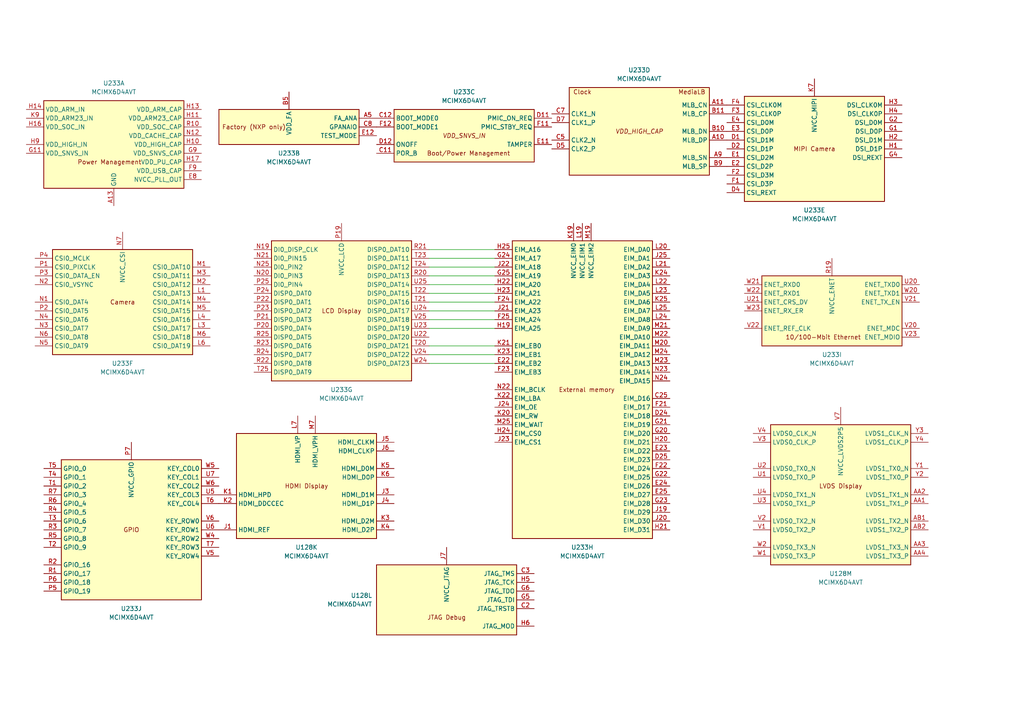
<source format=kicad_sch>
(kicad_sch (version 20250114) (generator "eeschema") (generator_version "9.0")
  (paper "A4")
  (wire (pts (xy 143.51 95.25) (xy 124.46 95.25)))
  (wire (pts (xy 143.51 85.09) (xy 124.46 85.09)))
  (wire (pts (xy 143.51 105.41) (xy 124.46 105.41)))
  (wire (pts (xy 143.51 102.87) (xy 124.46 102.87)))
  (wire (pts (xy 143.51 72.39) (xy 124.46 72.39)))
  (wire (pts (xy 143.51 74.93) (xy 124.46 74.93)))
  (wire (pts (xy 143.51 92.71) (xy 124.46 92.71)))
  (wire (pts (xy 143.51 90.17) (xy 124.46 90.17)))
  (wire (pts (xy 143.51 87.63) (xy 124.46 87.63)))
  (wire (pts (xy 143.51 100.33) (xy 124.46 100.33)))
  (wire (pts (xy 143.51 80.01) (xy 124.46 80.01)))
  (wire (pts (xy 143.51 77.47) (xy 124.46 77.47)))
  (wire (pts (xy 143.51 82.55) (xy 124.46 82.55)))
  (symbol (lib_id "CPU_NXP_IMX:MCIMX6D4AVT") (at 243.84 143.51 0) (unit 13)
    (property "Reference" "U128" (at 243.84 166.37 0))
    (property "Value" "MCIMX6D4AVT" (at 243.84 168.91 0))
    (property "Footprint" "Package_BGA:BGA-624_21x21mm_Layout25x25_P0.8mm" (effects (hide yes)))
    (property "Datasheet" "https://www.nxp.com/docs/en/data-sheet/IMX6DQAEC.pdf" (effects (hide yes)))
    (property "Description" "i.MX 6Dual Automotive and Infotainment Application Processor, BGA-624" (effects (hide yes)))
  )
  (symbol (lib_id "CPU_NXP_IMX:MCIMX6D4AVT") (at 185.42 38.1 0) (unit 4)
    (property "Reference" "U233" (at 185.42 20.32 0))
    (property "Value" "MCIMX6D4AVT" (at 185.42 22.86 0))
    (property "Footprint" "Package_BGA:BGA-624_21x21mm_Layout25x25_P0.8mm" (effects (hide yes)))
    (property "Datasheet" "https://www.nxp.com/docs/en/data-sheet/IMX6DQAEC.pdf" (effects (hide yes)))
    (property "Description" "i.MX 6Dual Automotive and Infotainment Application Processor, BGA-624" (effects (hide yes)))
  )
  (symbol (lib_id "CPU_NXP_IMX:MCIMX6D4AVT") (at 35.56 87.63 0) (unit 6)
    (property "Reference" "U233" (at 35.56 105.41 0))
    (property "Value" "MCIMX6D4AVT" (at 35.56 107.95 0))
    (property "Footprint" "Package_BGA:BGA-624_21x21mm_Layout25x25_P0.8mm" (effects (hide yes)))
    (property "Datasheet" "https://www.nxp.com/docs/en/data-sheet/IMX6DQAEC.pdf" (effects (hide yes)))
    (property "Description" "i.MX 6Dual Automotive and Infotainment Application Processor, BGA-624" (effects (hide yes)))
  )
  (symbol (lib_id "CPU_NXP_IMX:MCIMX6D4AVT") (at 129.54 173.99 0) (unit 12)
    (property "Reference" "U128" (at 107.95 172.7199 0) (effects (justify right)))
    (property "Value" "MCIMX6D4AVT" (at 107.95 175.2599 0) (effects (justify right)))
    (property "Footprint" "Package_BGA:BGA-624_21x21mm_Layout25x25_P0.8mm" (effects (hide yes)))
    (property "Datasheet" "https://www.nxp.com/docs/en/data-sheet/IMX6DQAEC.pdf" (effects (hide yes)))
    (property "Description" "i.MX 6Dual Automotive and Infotainment Application Processor, BGA-624" (effects (hide yes)))
  )
  (symbol (lib_id "CPU_NXP_IMX:MCIMX6D4AVT") (at 33.02 41.91 0) (unit 1)
    (property "Reference" "U233" (at 33.02 24.13 0))
    (property "Value" "MCIMX6D4AVT" (at 33.02 26.67 0))
    (property "Footprint" "Package_BGA:BGA-624_21x21mm_Layout25x25_P0.8mm" (effects (hide yes)))
    (property "Datasheet" "https://www.nxp.com/docs/en/data-sheet/IMX6DQAEC.pdf" (effects (hide yes)))
    (property "Description" "i.MX 6Dual Automotive and Infotainment Application Processor, BGA-624" (effects (hide yes)))
  )
  (symbol (lib_id "CPU_NXP_IMX:MCIMX6D4AVT") (at 88.9 140.97 0) (unit 11)
    (property "Reference" "U128" (at 88.9 158.75 0))
    (property "Value" "MCIMX6D4AVT" (at 88.9 161.29 0))
    (property "Footprint" "Package_BGA:BGA-624_21x21mm_Layout25x25_P0.8mm" (effects (hide yes)))
    (property "Datasheet" "https://www.nxp.com/docs/en/data-sheet/IMX6DQAEC.pdf" (effects (hide yes)))
    (property "Description" "i.MX 6Dual Automotive and Infotainment Application Processor, BGA-624" (effects (hide yes)))
  )
  (symbol (lib_id "CPU_NXP_IMX:MCIMX6D4AVT") (at 38.1 153.67 0) (unit 10)
    (property "Reference" "U233" (at 38.1 176.53 0))
    (property "Value" "MCIMX6D4AVT" (at 38.1 179.07 0))
    (property "Footprint" "Package_BGA:BGA-624_21x21mm_Layout25x25_P0.8mm" (effects (hide yes)))
    (property "Datasheet" "https://www.nxp.com/docs/en/data-sheet/IMX6DQAEC.pdf" (effects (hide yes)))
    (property "Description" "i.MX 6Dual Automotive and Infotainment Application Processor, BGA-624" (effects (hide yes)))
  )
  (symbol (lib_id "CPU_NXP_IMX:MCIMX6D4AVT") (at 134.62 39.37 0) (unit 3)
    (property "Reference" "U233" (at 134.62 26.67 0))
    (property "Value" "MCIMX6D4AVT" (at 134.62 29.21 0))
    (property "Footprint" "Package_BGA:BGA-624_21x21mm_Layout25x25_P0.8mm" (effects (hide yes)))
    (property "Datasheet" "https://www.nxp.com/docs/en/data-sheet/IMX6DQAEC.pdf" (effects (hide yes)))
    (property "Description" "i.MX 6Dual Automotive and Infotainment Application Processor, BGA-624" (effects (hide yes)))
  )
  (symbol (lib_id "CPU_NXP_IMX:MCIMX6D4AVT") (at 241.3 90.17 0) (unit 9)
    (property "Reference" "U233" (at 241.3 102.87 0))
    (property "Value" "MCIMX6D4AVT" (at 241.3 105.41 0))
    (property "Footprint" "Package_BGA:BGA-624_21x21mm_Layout25x25_P0.8mm" (effects (hide yes)))
    (property "Datasheet" "https://www.nxp.com/docs/en/data-sheet/IMX6DQAEC.pdf" (effects (hide yes)))
    (property "Description" "i.MX 6Dual Automotive and Infotainment Application Processor, BGA-624" (effects (hide yes)))
  )
  (symbol (lib_id "CPU_NXP_IMX:MCIMX6D4AVT") (at 236.22 43.18 0) (unit 5)
    (property "Reference" "U233" (at 236.22 60.96 0))
    (property "Value" "MCIMX6D4AVT" (at 236.22 63.5 0))
    (property "Footprint" "Package_BGA:BGA-624_21x21mm_Layout25x25_P0.8mm" (effects (hide yes)))
    (property "Datasheet" "https://www.nxp.com/docs/en/data-sheet/IMX6DQAEC.pdf" (effects (hide yes)))
    (property "Description" "i.MX 6Dual Automotive and Infotainment Application Processor, BGA-624" (effects (hide yes)))
  )
  (symbol (lib_id "CPU_NXP_IMX:MCIMX6D4AVT") (at 99.06 90.17 0) (unit 7)
    (property "Reference" "U233" (at 99.06 113.03 0))
    (property "Value" "MCIMX6D4AVT" (at 99.06 115.57 0))
    (property "Footprint" "Package_BGA:BGA-624_21x21mm_Layout25x25_P0.8mm" (effects (hide yes)))
    (property "Datasheet" "https://www.nxp.com/docs/en/data-sheet/IMX6DQAEC.pdf" (effects (hide yes)))
    (property "Description" "i.MX 6Dual Automotive and Infotainment Application Processor, BGA-624" (effects (hide yes)))
  )
  (symbol (lib_id "CPU_NXP_IMX:MCIMX6D4AVT") (at 168.91 113.03 0) (unit 8)
    (property "Reference" "U233" (at 168.91 158.75 0))
    (property "Value" "MCIMX6D4AVT" (at 168.91 161.29 0))
    (property "Footprint" "Package_BGA:BGA-624_21x21mm_Layout25x25_P0.8mm" (effects (hide yes)))
    (property "Datasheet" "https://www.nxp.com/docs/en/data-sheet/IMX6DQAEC.pdf" (effects (hide yes)))
    (property "Description" "i.MX 6Dual Automotive and Infotainment Application Processor, BGA-624" (effects (hide yes)))
  )
  (symbol (lib_id "CPU_NXP_IMX:MCIMX6D4AVT") (at 83.82 36.83 0) (unit 2)
    (property "Reference" "U233" (at 83.82 44.45 0))
    (property "Value" "MCIMX6D4AVT" (at 83.82 46.99 0))
    (property "Footprint" "Package_BGA:BGA-624_21x21mm_Layout25x25_P0.8mm" (effects (hide yes)))
    (property "Datasheet" "https://www.nxp.com/docs/en/data-sheet/IMX6DQAEC.pdf" (effects (hide yes)))
    (property "Description" "i.MX 6Dual Automotive and Infotainment Application Processor, BGA-624" (effects (hide yes)))
  )
)
</source>
